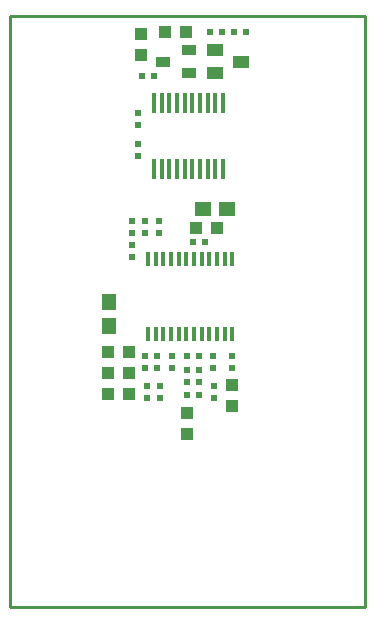
<source format=gbr>
G04 #@! TF.FileFunction,Paste,Top*
%FSLAX46Y46*%
G04 Gerber Fmt 4.6, Leading zero omitted, Abs format (unit mm)*
G04 Created by KiCad (PCBNEW 4.0.1-3.201512221401+6198~38~ubuntu15.10.1-stable) date Thu 31 Mar 2016 12:50:45 PM EEST*
%MOMM*%
G01*
G04 APERTURE LIST*
%ADD10C,0.100000*%
%ADD11C,0.254000*%
%ADD12R,1.016000X1.016000*%
%ADD13R,0.500000X0.550000*%
%ADD14R,0.550000X0.500000*%
%ADD15R,1.422400X1.168400*%
%ADD16R,1.400000X1.000000*%
%ADD17R,1.168400X1.422400*%
%ADD18R,0.350000X1.750000*%
%ADD19R,0.350000X1.250000*%
%ADD20R,0.350000X1.200000*%
%ADD21R,1.298400X0.898400*%
G04 APERTURE END LIST*
D10*
D11*
X125000000Y-120000000D02*
X125000000Y-70000000D01*
X155000000Y-120000000D02*
X125000000Y-120000000D01*
X155000000Y-70000000D02*
X155000000Y-120000000D01*
X125000000Y-70000000D02*
X155000000Y-70000000D01*
D12*
X139890500Y-71310500D03*
X138112500Y-71310500D03*
X139954000Y-103632000D03*
X139954000Y-105410000D03*
X142494000Y-87947500D03*
X140716000Y-87947500D03*
X136017000Y-71501000D03*
X136017000Y-73279000D03*
D13*
X140970000Y-98806000D03*
X139954000Y-98806000D03*
D14*
X136398000Y-88392000D03*
X136398000Y-87376000D03*
X137414000Y-99822000D03*
X137414000Y-98806000D03*
X137541000Y-87376000D03*
X137541000Y-88392000D03*
D13*
X137160000Y-75057000D03*
X136144000Y-75057000D03*
X141922500Y-71310500D03*
X142938500Y-71310500D03*
D14*
X135255000Y-90424000D03*
X135255000Y-89408000D03*
X135255000Y-87376000D03*
X135255000Y-88392000D03*
X137668000Y-102362000D03*
X137668000Y-101346000D03*
X135763000Y-81851500D03*
X135763000Y-80835500D03*
D13*
X143954500Y-71310500D03*
X144970500Y-71310500D03*
D14*
X139954000Y-99949000D03*
X139954000Y-100965000D03*
X136525000Y-101346000D03*
X136525000Y-102362000D03*
X142240000Y-102362000D03*
X142240000Y-101346000D03*
X140970000Y-100965000D03*
X140970000Y-99949000D03*
D13*
X139954000Y-102108000D03*
X140970000Y-102108000D03*
X141478000Y-89154000D03*
X140462000Y-89154000D03*
D12*
X133223000Y-100203000D03*
X133223000Y-98425000D03*
X135001000Y-100203000D03*
X135001000Y-98425000D03*
D14*
X136398000Y-99822000D03*
X136398000Y-98806000D03*
X138684000Y-99822000D03*
X138684000Y-98806000D03*
X143764000Y-99822000D03*
X143764000Y-98806000D03*
X142113000Y-99822000D03*
X142113000Y-98806000D03*
D12*
X133223000Y-101981000D03*
X135001000Y-101981000D03*
X143764000Y-102997000D03*
X143764000Y-101219000D03*
D15*
X143319500Y-86296500D03*
X141287500Y-86296500D03*
D16*
X142346500Y-72900500D03*
X142346500Y-74800500D03*
X144546500Y-73850500D03*
D14*
X135763000Y-79248000D03*
X135763000Y-78232000D03*
D17*
X133350000Y-94234000D03*
X133350000Y-96266000D03*
D18*
X142991000Y-77337000D03*
X142341000Y-77337000D03*
X141691000Y-77337000D03*
X141041000Y-77337000D03*
X140391000Y-77337000D03*
X139741000Y-77337000D03*
X139091000Y-77337000D03*
X138441000Y-77337000D03*
X137791000Y-77337000D03*
X137141000Y-77337000D03*
X137141000Y-82937000D03*
X137791000Y-82937000D03*
X138441000Y-82937000D03*
X139091000Y-82937000D03*
X139741000Y-82937000D03*
X140391000Y-82937000D03*
X141041000Y-82937000D03*
X141691000Y-82937000D03*
X142341000Y-82937000D03*
X142991000Y-82937000D03*
D19*
X143783000Y-90526000D03*
X143133000Y-90526000D03*
X142483000Y-90526000D03*
X141833000Y-90526000D03*
X141183000Y-90526000D03*
X140533000Y-90526000D03*
X139883000Y-90526000D03*
X139233000Y-90526000D03*
X138583000Y-90526000D03*
X137933000Y-90526000D03*
X137283000Y-90526000D03*
X136633000Y-90526000D03*
D20*
X136633000Y-96926000D03*
D19*
X137283000Y-96926000D03*
X137933000Y-96926000D03*
X138583000Y-96926000D03*
X139233000Y-96926000D03*
X139883000Y-96926000D03*
X140533000Y-96926000D03*
X141183000Y-96926000D03*
X141833000Y-96926000D03*
X142483000Y-96926000D03*
X143133000Y-96926000D03*
X143783000Y-96926000D03*
D21*
X137899140Y-73853040D03*
X140108940Y-72898000D03*
X140108940Y-74800460D03*
M02*

</source>
